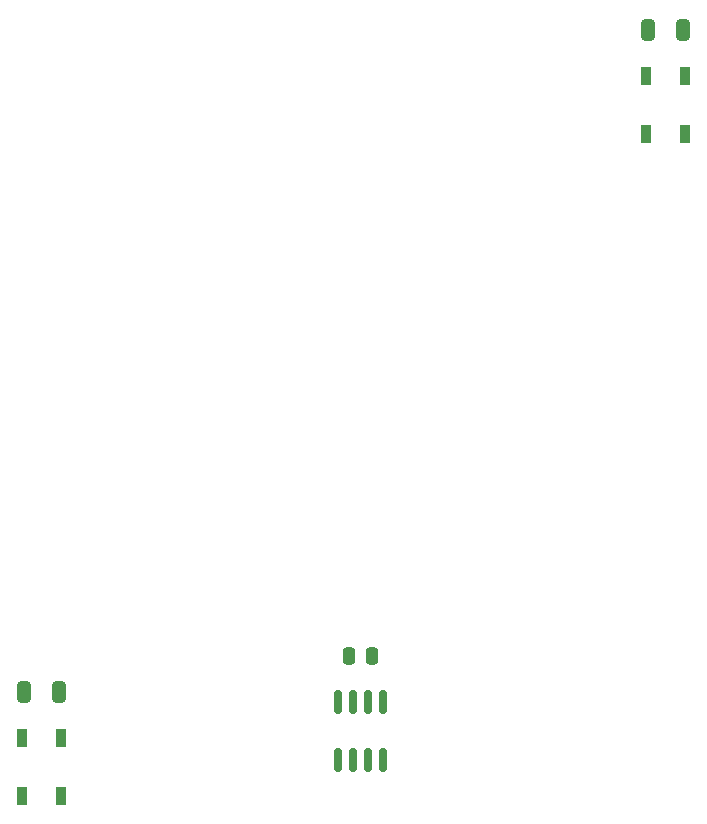
<source format=gbr>
%TF.GenerationSoftware,KiCad,Pcbnew,8.0.7*%
%TF.CreationDate,2025-07-10T17:57:33-04:00*%
%TF.ProjectId,_autosave-Hexapod V2,5f617574-6f73-4617-9665-2d4865786170,rev?*%
%TF.SameCoordinates,Original*%
%TF.FileFunction,Paste,Top*%
%TF.FilePolarity,Positive*%
%FSLAX46Y46*%
G04 Gerber Fmt 4.6, Leading zero omitted, Abs format (unit mm)*
G04 Created by KiCad (PCBNEW 8.0.7) date 2025-07-10 17:57:33*
%MOMM*%
%LPD*%
G01*
G04 APERTURE LIST*
G04 Aperture macros list*
%AMRoundRect*
0 Rectangle with rounded corners*
0 $1 Rounding radius*
0 $2 $3 $4 $5 $6 $7 $8 $9 X,Y pos of 4 corners*
0 Add a 4 corners polygon primitive as box body*
4,1,4,$2,$3,$4,$5,$6,$7,$8,$9,$2,$3,0*
0 Add four circle primitives for the rounded corners*
1,1,$1+$1,$2,$3*
1,1,$1+$1,$4,$5*
1,1,$1+$1,$6,$7*
1,1,$1+$1,$8,$9*
0 Add four rect primitives between the rounded corners*
20,1,$1+$1,$2,$3,$4,$5,0*
20,1,$1+$1,$4,$5,$6,$7,0*
20,1,$1+$1,$6,$7,$8,$9,0*
20,1,$1+$1,$8,$9,$2,$3,0*%
G04 Aperture macros list end*
%ADD10RoundRect,0.090000X-0.360000X0.660000X-0.360000X-0.660000X0.360000X-0.660000X0.360000X0.660000X0*%
%ADD11RoundRect,0.250000X0.325000X0.650000X-0.325000X0.650000X-0.325000X-0.650000X0.325000X-0.650000X0*%
%ADD12RoundRect,0.150000X0.150000X-0.825000X0.150000X0.825000X-0.150000X0.825000X-0.150000X-0.825000X0*%
%ADD13RoundRect,0.250000X-0.250000X-0.475000X0.250000X-0.475000X0.250000X0.475000X-0.250000X0.475000X0*%
G04 APERTURE END LIST*
D10*
%TO.C,Hexapod*%
X190965000Y-63570000D03*
X187665000Y-63570000D03*
X187665000Y-68470000D03*
X190965000Y-68470000D03*
%TD*%
D11*
%TO.C,C1*%
X190790000Y-59670000D03*
X187840000Y-59670000D03*
%TD*%
D10*
%TO.C,Battery*%
X138150000Y-119550000D03*
X134850000Y-119550000D03*
X134850000Y-124450000D03*
X138150000Y-124450000D03*
%TD*%
D12*
%TO.C,U3*%
X161595000Y-121475000D03*
X162865000Y-121475000D03*
X164135000Y-121475000D03*
X165405000Y-121475000D03*
X165405000Y-116525000D03*
X164135000Y-116525000D03*
X162865000Y-116525000D03*
X161595000Y-116525000D03*
%TD*%
D13*
%TO.C,C6*%
X162550000Y-112650000D03*
X164450000Y-112650000D03*
%TD*%
D11*
%TO.C,C2*%
X137975000Y-115650000D03*
X135025000Y-115650000D03*
%TD*%
M02*

</source>
